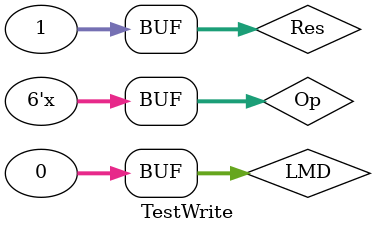
<source format=v>
module TestWrite();

//module Write(
//  input [5:0] Op,
//  input [31:0] LMD,
//  input [31:0] Res,
//  output [31:0] Reg
//);

reg [5:0] Op;
reg [31:0] LMD;
reg [31:0] Res;
wire [31:0] Reg;

Write write(Op, LMD, Res, Reg);

initial
begin
    Op = 0;
    LMD = 0;
    Res = 1;
end

always
begin
#10    Op = Op + 1;
end

endmodule
</source>
